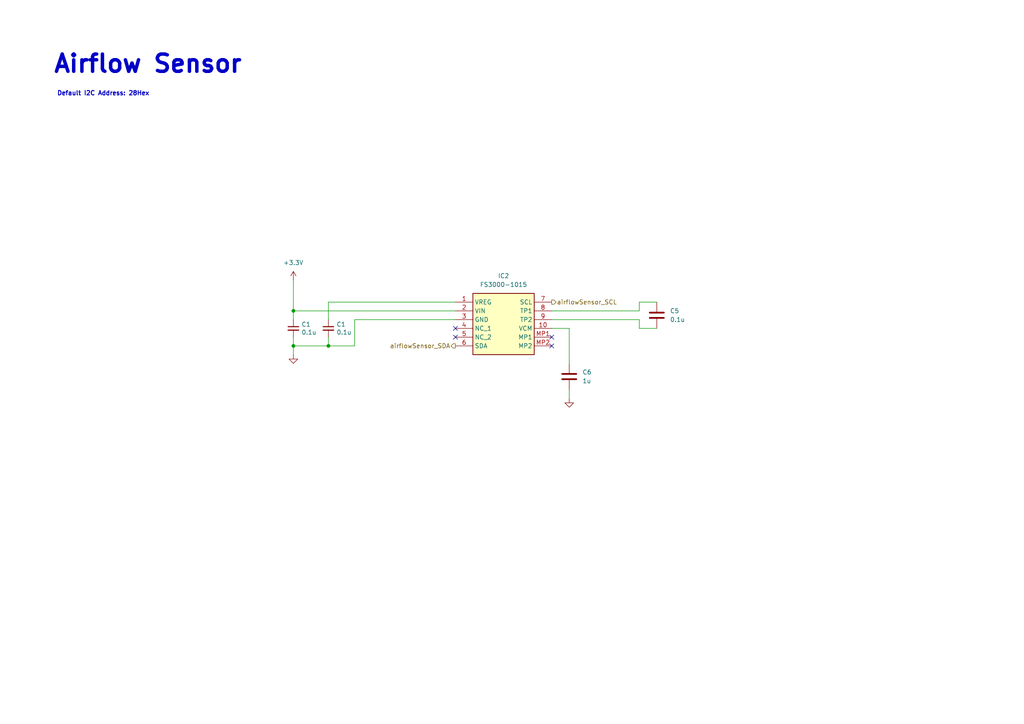
<source format=kicad_sch>
(kicad_sch (version 20230121) (generator eeschema)
  (paper "A4")
  (lib_symbols
    (symbol "Device:C" (pin_numbers hide) (pin_names (offset 0.254))
      (property "Reference" "C" (at 0.635 2.54 0))
      (property "Value" "C" (at 0.635 -2.54 0))
      (symbol "C_0_1"
        (polyline (pts (xy -2.032 -0.762) (xy 2.032 -0.762)) (stroke (width 0.508)))
        (polyline (pts (xy -2.032 0.762) (xy 2.032 0.762)) (stroke (width 0.508)))
      )
      (symbol "C_1_1"
        (pin passive line (at 0 3.81 270) (length 2.794) (name "~") (number "1"))
        (pin passive line (at 0 -3.81 90) (length 2.794) (name "~") (number "2"))
      )
    )
    (symbol "Device:C_Small" (pin_numbers hide) (pin_names (offset 0.254) hide)
      (property "Reference" "C" (at 0.254 1.778 0))
      (property "Value" "C_Small" (at 0.254 -2.032 0))
      (symbol "C_Small_0_1"
        (polyline (pts (xy -1.524 -0.508) (xy 1.524 -0.508)) (stroke (width 0.3302)))
        (polyline (pts (xy -1.524 0.508) (xy 1.524 0.508)) (stroke (width 0.3048)))
      )
      (symbol "C_Small_1_1"
        (pin passive line (at 0 2.54 270) (length 2.032) (name "~") (number "1"))
        (pin passive line (at 0 -2.54 90) (length 2.032) (name "~") (number "2"))
      )
    )
    (symbol "power:+3.3V" (power) (pin_names (offset 0))
      (property "Value" "+3.3V" (at 0 3.556 0))
      (symbol "+3.3V_0_1"
        (polyline (pts (xy -0.762 1.27) (xy 0 2.54)))
        (polyline (pts (xy 0 0) (xy 0 2.54)))
        (polyline (pts (xy 0 2.54) (xy 0.762 1.27)))
      )
      (symbol "+3.3V_1_1"
        (pin power_in line (at 0 0 90) (length 0) hide (name "+3.3V") (number "1"))
      )
    )
    (symbol "power:GND" (power) (pin_names (offset 0))
      (property "Value" "GND" (at 0 -3.81 0))
      (symbol "GND_0_1"
        (polyline (pts (xy 0 0) (xy 0 -1.27) (xy 1.27 -1.27) (xy 0 -2.54) (xy -1.27 -1.27) (xy 0 -1.27)))
      )
      (symbol "GND_1_1"
        (pin power_in line (at 0 0 270) (length 0) hide (name "GND") (number "1"))
      )
    )
    (symbol "utsvt-chips:FS3000-1015"
      (property "Reference" "IC" (at 24.13 7.62 0))
      (property "Value" "FS3000-1015" (at 24.13 5.08 0))
      (symbol "FS3000-1015_1_1"
        (rectangle (start 5.08 2.54) (end 22.86 -15.24) (stroke (width 0.254)) (fill (type background)))
        (pin passive line (at 0 0 0) (length 5.08) (name "VREG") (number "1"))
        (pin passive line (at 27.94 -7.62 180) (length 5.08) (name "VCM") (number "10"))
        (pin passive line (at 0 -2.54 0) (length 5.08) (name "VIN") (number "2"))
        (pin passive line (at 0 -5.08 0) (length 5.08) (name "GND") (number "3"))
        (pin passive line (at 0 -7.62 0) (length 5.08) (name "NC_1") (number "4"))
        (pin passive line (at 0 -10.16 0) (length 5.08) (name "NC_2") (number "5"))
        (pin passive line (at 0 -12.7 0) (length 5.08) (name "SDA") (number "6"))
        (pin passive line (at 27.94 0 180) (length 5.08) (name "SCL") (number "7"))
        (pin passive line (at 27.94 -2.54 180) (length 5.08) (name "TP1") (number "8"))
        (pin passive line (at 27.94 -5.08 180) (length 5.08) (name "TP2") (number "9"))
        (pin passive line (at 27.94 -10.16 180) (length 5.08) (name "MP1") (number "MP1"))
        (pin passive line (at 27.94 -12.7 180) (length 5.08) (name "MP2") (number "MP2"))
      )
    )
  )
  (junction (at 85.09 100.33))
  (junction (at 85.09 90.17))
  (junction (at 95.25 100.33))
  (no_connect (at 132.08 97.79))
  (no_connect (at 160.02 97.79))
  (no_connect (at 132.08 95.25))
  (no_connect (at 160.02 100.33))
  (wire (pts (xy 185.42 92.71) (xy 185.42 95.25)))
  (wire (pts (xy 95.25 87.63) (xy 132.08 87.63)))
  (wire (pts (xy 102.87 100.33) (xy 95.25 100.33)))
  (wire (pts (xy 85.09 90.17) (xy 132.08 90.17)))
  (wire (pts (xy 160.02 92.71) (xy 185.42 92.71)))
  (wire (pts (xy 185.42 87.63) (xy 190.5 87.63)))
  (wire (pts (xy 165.1 113.03) (xy 165.1 115.57)))
  (wire (pts (xy 85.09 90.17) (xy 85.09 92.71)))
  (wire (pts (xy 185.42 95.25) (xy 190.5 95.25)))
  (wire (pts (xy 185.42 90.17) (xy 185.42 87.63)))
  (wire (pts (xy 102.87 92.71) (xy 102.87 100.33)))
  (wire (pts (xy 165.1 95.25) (xy 165.1 105.41)))
  (wire (pts (xy 95.25 97.79) (xy 95.25 100.33)))
  (wire (pts (xy 160.02 95.25) (xy 165.1 95.25)))
  (wire (pts (xy 102.87 92.71) (xy 132.08 92.71)))
  (wire (pts (xy 85.09 97.79) (xy 85.09 100.33)))
  (wire (pts (xy 95.25 87.63) (xy 95.25 92.71)))
  (wire (pts (xy 85.09 81.28) (xy 85.09 90.17)))
  (wire (pts (xy 95.25 100.33) (xy 85.09 100.33)))
  (wire (pts (xy 85.09 100.33) (xy 85.09 102.87)))
  (wire (pts (xy 160.02 90.17) (xy 185.42 90.17)))
  (text "Default I2C Address: 28Hex" (at 16.51 27.94 0) (effects (font (size 1.27 1.27) bold) (justify left bottom)))
  (text "Airflow Sensor" (at 15.24 21.59 0) (effects (font (size 5 5) (thickness 1) bold) (justify left bottom)))
  (hierarchical_label "airflowSensor_SDA" (shape output) (at 132.08 100.33 180))
  (hierarchical_label "airflowSensor_SCL" (shape output) (at 160.02 87.63 0))
  (symbol (lib_id "Device:C_Small") (at 95.25 95.25 0) (unit 1)
    (property "Reference" "C1" (at 97.5868 94.0816 0) (effects (justify left)))
    (property "Value" "0.1u" (at 97.5868 96.393 0) (effects (justify left)))
    (property "Footprint" "Capacitor_SMD:C_0805_2012Metric" (effects hide))
    (property "Datasheet" "https://www.mouser.com/datasheet/2/212/KEM_C1002_X7R_SMD-1102033.pdf" (effects hide))
    (property "P/N" "C0805C104K5RAC7411" (effects hide))
    (instances (project "Telemetry-Peripheral-SOM-Daughterboard-IMU" (path "" (reference "C1") (unit 1)) (path "" (reference "C4") (unit 1))) (project "Telemetry-Primary" (path "" (reference "C46") (unit 1))))
  )
  (symbol (lib_id "Device:C_Small") (at 85.09 95.25 0) (unit 1)
    (property "Reference" "C1" (at 87.4268 94.0816 0) (effects (justify left)))
    (property "Value" "0.1u" (at 87.4268 96.393 0) (effects (justify left)))
    (property "Footprint" "Capacitor_SMD:C_0805_2012Metric" (effects hide))
    (property "Datasheet" "https://www.mouser.com/datasheet/2/212/KEM_C1002_X7R_SMD-1102033.pdf" (effects hide))
    (property "P/N" "C0805C104K5RAC7411" (effects hide))
    (instances (project "Telemetry-Peripheral-SOM-Daughterboard-IMU" (path "" (reference "C1") (unit 1)) (path "" (reference "C3") (unit 1))) (project "Telemetry-Primary" (path "" (reference "C46") (unit 1))))
  )
  (symbol (lib_id "utsvt-chips:FS3000-1015") (at 132.08 87.63 0) (unit 1)
    (property "Reference" "IC2" (at 146.05 80.01 0))
    (property "Value" "FS3000-1015" (at 146.05 82.55 0))
    (property "Footprint" "UTSVT_Special:FS30001015" (effects hide))
    (property "Datasheet" "https://www.renesas.com/us/en/document/dst/fs3000-datasheet?r=1395551" (effects hide))
    (property "Height" "4" (effects hide))
    (property "Mouser Part Number" "972-FS3000-1015" (effects hide))
    (property "Manufacturer_Name" "Renesas Electronics" (effects hide))
    (property "Manufacturer_Part_Number" "FS3000-1015" (effects hide))
  )
  (symbol (lib_id "power:+3.3V") (at 85.09 81.28 0) (unit 1)
    (property "Reference" "#PWR014" (effects hide))
    (property "Value" "+3.3V" (at 85.09 76.2 0))
  )
  (symbol (lib_id "Device:C") (at 190.5 91.44 0) (unit 1)
    (property "Reference" "C5" (at 194.31 90.17 0) (effects (justify left)))
    (property "Value" "0.1u" (at 194.31 92.71 0) (effects (justify left)))
  )
  (symbol (lib_id "Device:C") (at 165.1 109.22 0) (unit 1)
    (property "Reference" "C6" (at 168.91 107.95 0) (effects (justify left)))
    (property "Value" "1u" (at 168.91 110.49 0) (effects (justify left)))
  )
  (symbol (lib_id "power:GND") (at 165.1 115.57 0) (unit 1)
    (property "Reference" "#PWR08" (effects hide))
    (property "Value" "GND" (effects hide))
  )
  (symbol (lib_id "power:GND") (at 85.09 102.87 0) (unit 1)
    (property "Reference" "#PWR09" (effects hide))
    (property "Value" "GND" (effects hide))
  )
)
</source>
